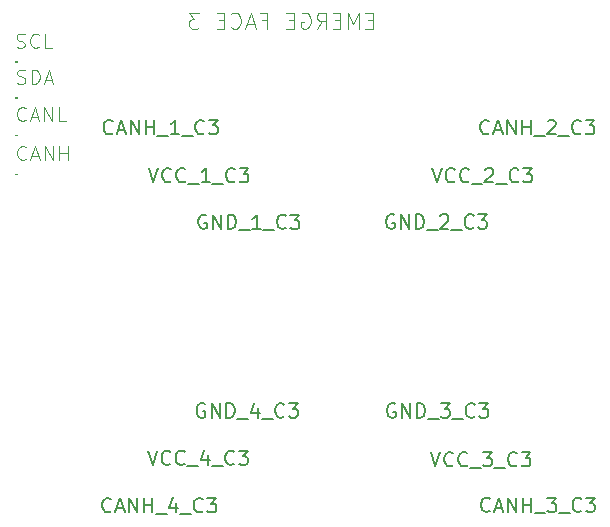
<source format=gbr>
G04 #@! TF.FileFunction,Legend,Top*
%FSLAX46Y46*%
G04 Gerber Fmt 4.6, Leading zero omitted, Abs format (unit mm)*
G04 Created by KiCad (PCBNEW 4.0.6) date 05/08/17 07:31:45*
%MOMM*%
%LPD*%
G01*
G04 APERTURE LIST*
%ADD10C,0.100000*%
%ADD11C,0.113792*%
%ADD12C,0.127000*%
%ADD13C,0.101600*%
%ADD14C,0.002032*%
G04 APERTURE END LIST*
D10*
D11*
X124166567Y-77546140D02*
X123716140Y-77546140D01*
X123523100Y-78253953D02*
X124166567Y-78253953D01*
X124166567Y-76902673D01*
X123523100Y-76902673D01*
X122943980Y-78253953D02*
X122943980Y-76902673D01*
X122493553Y-77867873D01*
X122043126Y-76902673D01*
X122043126Y-78253953D01*
X121399660Y-77546140D02*
X120949233Y-77546140D01*
X120756193Y-78253953D02*
X121399660Y-78253953D01*
X121399660Y-76902673D01*
X120756193Y-76902673D01*
X119404913Y-78253953D02*
X119855339Y-77610487D01*
X120177073Y-78253953D02*
X120177073Y-76902673D01*
X119662299Y-76902673D01*
X119533606Y-76967020D01*
X119469259Y-77031367D01*
X119404913Y-77160060D01*
X119404913Y-77353100D01*
X119469259Y-77481793D01*
X119533606Y-77546140D01*
X119662299Y-77610487D01*
X120177073Y-77610487D01*
X118117979Y-76967020D02*
X118246673Y-76902673D01*
X118439713Y-76902673D01*
X118632753Y-76967020D01*
X118761446Y-77095713D01*
X118825793Y-77224407D01*
X118890139Y-77481793D01*
X118890139Y-77674833D01*
X118825793Y-77932220D01*
X118761446Y-78060913D01*
X118632753Y-78189607D01*
X118439713Y-78253953D01*
X118311019Y-78253953D01*
X118117979Y-78189607D01*
X118053633Y-78125260D01*
X118053633Y-77674833D01*
X118311019Y-77674833D01*
X117474513Y-77546140D02*
X117024086Y-77546140D01*
X116831046Y-78253953D02*
X117474513Y-78253953D01*
X117474513Y-76902673D01*
X116831046Y-76902673D01*
X114771952Y-77546140D02*
X115222379Y-77546140D01*
X115222379Y-78253953D02*
X115222379Y-76902673D01*
X114578912Y-76902673D01*
X114128485Y-77867873D02*
X113485019Y-77867873D01*
X114257179Y-78253953D02*
X113806752Y-76902673D01*
X113356325Y-78253953D01*
X112133739Y-78125260D02*
X112198085Y-78189607D01*
X112391125Y-78253953D01*
X112519819Y-78253953D01*
X112712859Y-78189607D01*
X112841552Y-78060913D01*
X112905899Y-77932220D01*
X112970245Y-77674833D01*
X112970245Y-77481793D01*
X112905899Y-77224407D01*
X112841552Y-77095713D01*
X112712859Y-76967020D01*
X112519819Y-76902673D01*
X112391125Y-76902673D01*
X112198085Y-76967020D01*
X112133739Y-77031367D01*
X111554619Y-77546140D02*
X111104192Y-77546140D01*
X110911152Y-78253953D02*
X111554619Y-78253953D01*
X111554619Y-76902673D01*
X110911152Y-76902673D01*
X109431178Y-76902673D02*
X108594671Y-76902673D01*
X109045098Y-77417447D01*
X108852058Y-77417447D01*
X108723365Y-77481793D01*
X108659018Y-77546140D01*
X108594671Y-77674833D01*
X108594671Y-77996567D01*
X108659018Y-78125260D01*
X108723365Y-78189607D01*
X108852058Y-78253953D01*
X109238138Y-78253953D01*
X109366831Y-78189607D01*
X109431178Y-78125260D01*
D12*
X129170005Y-90063148D02*
X129572171Y-91269648D01*
X129974338Y-90063148D01*
X131065933Y-91154743D02*
X131008481Y-91212195D01*
X130836124Y-91269648D01*
X130721219Y-91269648D01*
X130548862Y-91212195D01*
X130433957Y-91097290D01*
X130376505Y-90982386D01*
X130319053Y-90752576D01*
X130319053Y-90580219D01*
X130376505Y-90350410D01*
X130433957Y-90235505D01*
X130548862Y-90120600D01*
X130721219Y-90063148D01*
X130836124Y-90063148D01*
X131008481Y-90120600D01*
X131065933Y-90178052D01*
X132272433Y-91154743D02*
X132214981Y-91212195D01*
X132042624Y-91269648D01*
X131927719Y-91269648D01*
X131755362Y-91212195D01*
X131640457Y-91097290D01*
X131583005Y-90982386D01*
X131525553Y-90752576D01*
X131525553Y-90580219D01*
X131583005Y-90350410D01*
X131640457Y-90235505D01*
X131755362Y-90120600D01*
X131927719Y-90063148D01*
X132042624Y-90063148D01*
X132214981Y-90120600D01*
X132272433Y-90178052D01*
X132502243Y-91384552D02*
X133421481Y-91384552D01*
X133651291Y-90178052D02*
X133708743Y-90120600D01*
X133823648Y-90063148D01*
X134110910Y-90063148D01*
X134225814Y-90120600D01*
X134283267Y-90178052D01*
X134340719Y-90292957D01*
X134340719Y-90407862D01*
X134283267Y-90580219D01*
X133593838Y-91269648D01*
X134340719Y-91269648D01*
X134570529Y-91384552D02*
X135489767Y-91384552D01*
X136466457Y-91154743D02*
X136409005Y-91212195D01*
X136236648Y-91269648D01*
X136121743Y-91269648D01*
X135949386Y-91212195D01*
X135834481Y-91097290D01*
X135777029Y-90982386D01*
X135719577Y-90752576D01*
X135719577Y-90580219D01*
X135777029Y-90350410D01*
X135834481Y-90235505D01*
X135949386Y-90120600D01*
X136121743Y-90063148D01*
X136236648Y-90063148D01*
X136409005Y-90120600D01*
X136466457Y-90178052D01*
X136868624Y-90063148D02*
X137615505Y-90063148D01*
X137213338Y-90522767D01*
X137385696Y-90522767D01*
X137500600Y-90580219D01*
X137558053Y-90637671D01*
X137615505Y-90752576D01*
X137615505Y-91039838D01*
X137558053Y-91154743D01*
X137500600Y-91212195D01*
X137385696Y-91269648D01*
X137040981Y-91269648D01*
X136926077Y-91212195D01*
X136868624Y-91154743D01*
X105166005Y-90058148D02*
X105568171Y-91264648D01*
X105970338Y-90058148D01*
X107061933Y-91149743D02*
X107004481Y-91207195D01*
X106832124Y-91264648D01*
X106717219Y-91264648D01*
X106544862Y-91207195D01*
X106429957Y-91092290D01*
X106372505Y-90977386D01*
X106315053Y-90747576D01*
X106315053Y-90575219D01*
X106372505Y-90345410D01*
X106429957Y-90230505D01*
X106544862Y-90115600D01*
X106717219Y-90058148D01*
X106832124Y-90058148D01*
X107004481Y-90115600D01*
X107061933Y-90173052D01*
X108268433Y-91149743D02*
X108210981Y-91207195D01*
X108038624Y-91264648D01*
X107923719Y-91264648D01*
X107751362Y-91207195D01*
X107636457Y-91092290D01*
X107579005Y-90977386D01*
X107521553Y-90747576D01*
X107521553Y-90575219D01*
X107579005Y-90345410D01*
X107636457Y-90230505D01*
X107751362Y-90115600D01*
X107923719Y-90058148D01*
X108038624Y-90058148D01*
X108210981Y-90115600D01*
X108268433Y-90173052D01*
X108498243Y-91379552D02*
X109417481Y-91379552D01*
X110336719Y-91264648D02*
X109647291Y-91264648D01*
X109992005Y-91264648D02*
X109992005Y-90058148D01*
X109877100Y-90230505D01*
X109762195Y-90345410D01*
X109647291Y-90402862D01*
X110566529Y-91379552D02*
X111485767Y-91379552D01*
X112462457Y-91149743D02*
X112405005Y-91207195D01*
X112232648Y-91264648D01*
X112117743Y-91264648D01*
X111945386Y-91207195D01*
X111830481Y-91092290D01*
X111773029Y-90977386D01*
X111715577Y-90747576D01*
X111715577Y-90575219D01*
X111773029Y-90345410D01*
X111830481Y-90230505D01*
X111945386Y-90115600D01*
X112117743Y-90058148D01*
X112232648Y-90058148D01*
X112405005Y-90115600D01*
X112462457Y-90173052D01*
X112864624Y-90058148D02*
X113611505Y-90058148D01*
X113209338Y-90517767D01*
X113381696Y-90517767D01*
X113496600Y-90575219D01*
X113554053Y-90632671D01*
X113611505Y-90747576D01*
X113611505Y-91034838D01*
X113554053Y-91149743D01*
X113496600Y-91207195D01*
X113381696Y-91264648D01*
X113036981Y-91264648D01*
X112922077Y-91207195D01*
X112864624Y-91149743D01*
X129039005Y-114107148D02*
X129441171Y-115313648D01*
X129843338Y-114107148D01*
X130934933Y-115198743D02*
X130877481Y-115256195D01*
X130705124Y-115313648D01*
X130590219Y-115313648D01*
X130417862Y-115256195D01*
X130302957Y-115141290D01*
X130245505Y-115026386D01*
X130188053Y-114796576D01*
X130188053Y-114624219D01*
X130245505Y-114394410D01*
X130302957Y-114279505D01*
X130417862Y-114164600D01*
X130590219Y-114107148D01*
X130705124Y-114107148D01*
X130877481Y-114164600D01*
X130934933Y-114222052D01*
X132141433Y-115198743D02*
X132083981Y-115256195D01*
X131911624Y-115313648D01*
X131796719Y-115313648D01*
X131624362Y-115256195D01*
X131509457Y-115141290D01*
X131452005Y-115026386D01*
X131394553Y-114796576D01*
X131394553Y-114624219D01*
X131452005Y-114394410D01*
X131509457Y-114279505D01*
X131624362Y-114164600D01*
X131796719Y-114107148D01*
X131911624Y-114107148D01*
X132083981Y-114164600D01*
X132141433Y-114222052D01*
X132371243Y-115428552D02*
X133290481Y-115428552D01*
X133462838Y-114107148D02*
X134209719Y-114107148D01*
X133807552Y-114566767D01*
X133979910Y-114566767D01*
X134094814Y-114624219D01*
X134152267Y-114681671D01*
X134209719Y-114796576D01*
X134209719Y-115083838D01*
X134152267Y-115198743D01*
X134094814Y-115256195D01*
X133979910Y-115313648D01*
X133635195Y-115313648D01*
X133520291Y-115256195D01*
X133462838Y-115198743D01*
X134439529Y-115428552D02*
X135358767Y-115428552D01*
X136335457Y-115198743D02*
X136278005Y-115256195D01*
X136105648Y-115313648D01*
X135990743Y-115313648D01*
X135818386Y-115256195D01*
X135703481Y-115141290D01*
X135646029Y-115026386D01*
X135588577Y-114796576D01*
X135588577Y-114624219D01*
X135646029Y-114394410D01*
X135703481Y-114279505D01*
X135818386Y-114164600D01*
X135990743Y-114107148D01*
X136105648Y-114107148D01*
X136278005Y-114164600D01*
X136335457Y-114222052D01*
X136737624Y-114107148D02*
X137484505Y-114107148D01*
X137082338Y-114566767D01*
X137254696Y-114566767D01*
X137369600Y-114624219D01*
X137427053Y-114681671D01*
X137484505Y-114796576D01*
X137484505Y-115083838D01*
X137427053Y-115198743D01*
X137369600Y-115256195D01*
X137254696Y-115313648D01*
X136909981Y-115313648D01*
X136795077Y-115256195D01*
X136737624Y-115198743D01*
X105104005Y-113987148D02*
X105506171Y-115193648D01*
X105908338Y-113987148D01*
X106999933Y-115078743D02*
X106942481Y-115136195D01*
X106770124Y-115193648D01*
X106655219Y-115193648D01*
X106482862Y-115136195D01*
X106367957Y-115021290D01*
X106310505Y-114906386D01*
X106253053Y-114676576D01*
X106253053Y-114504219D01*
X106310505Y-114274410D01*
X106367957Y-114159505D01*
X106482862Y-114044600D01*
X106655219Y-113987148D01*
X106770124Y-113987148D01*
X106942481Y-114044600D01*
X106999933Y-114102052D01*
X108206433Y-115078743D02*
X108148981Y-115136195D01*
X107976624Y-115193648D01*
X107861719Y-115193648D01*
X107689362Y-115136195D01*
X107574457Y-115021290D01*
X107517005Y-114906386D01*
X107459553Y-114676576D01*
X107459553Y-114504219D01*
X107517005Y-114274410D01*
X107574457Y-114159505D01*
X107689362Y-114044600D01*
X107861719Y-113987148D01*
X107976624Y-113987148D01*
X108148981Y-114044600D01*
X108206433Y-114102052D01*
X108436243Y-115308552D02*
X109355481Y-115308552D01*
X110159814Y-114389314D02*
X110159814Y-115193648D01*
X109872552Y-113929695D02*
X109585291Y-114791481D01*
X110332171Y-114791481D01*
X110504529Y-115308552D02*
X111423767Y-115308552D01*
X112400457Y-115078743D02*
X112343005Y-115136195D01*
X112170648Y-115193648D01*
X112055743Y-115193648D01*
X111883386Y-115136195D01*
X111768481Y-115021290D01*
X111711029Y-114906386D01*
X111653577Y-114676576D01*
X111653577Y-114504219D01*
X111711029Y-114274410D01*
X111768481Y-114159505D01*
X111883386Y-114044600D01*
X112055743Y-113987148D01*
X112170648Y-113987148D01*
X112343005Y-114044600D01*
X112400457Y-114102052D01*
X112802624Y-113987148D02*
X113549505Y-113987148D01*
X113147338Y-114446767D01*
X113319696Y-114446767D01*
X113434600Y-114504219D01*
X113492053Y-114561671D01*
X113549505Y-114676576D01*
X113549505Y-114963838D01*
X113492053Y-115078743D01*
X113434600Y-115136195D01*
X113319696Y-115193648D01*
X112974981Y-115193648D01*
X112860077Y-115136195D01*
X112802624Y-115078743D01*
X125955338Y-94042600D02*
X125840433Y-93985148D01*
X125668076Y-93985148D01*
X125495719Y-94042600D01*
X125380814Y-94157505D01*
X125323362Y-94272410D01*
X125265910Y-94502219D01*
X125265910Y-94674576D01*
X125323362Y-94904386D01*
X125380814Y-95019290D01*
X125495719Y-95134195D01*
X125668076Y-95191648D01*
X125782981Y-95191648D01*
X125955338Y-95134195D01*
X126012790Y-95076743D01*
X126012790Y-94674576D01*
X125782981Y-94674576D01*
X126529862Y-95191648D02*
X126529862Y-93985148D01*
X127219290Y-95191648D01*
X127219290Y-93985148D01*
X127793814Y-95191648D02*
X127793814Y-93985148D01*
X128081076Y-93985148D01*
X128253433Y-94042600D01*
X128368338Y-94157505D01*
X128425790Y-94272410D01*
X128483242Y-94502219D01*
X128483242Y-94674576D01*
X128425790Y-94904386D01*
X128368338Y-95019290D01*
X128253433Y-95134195D01*
X128081076Y-95191648D01*
X127793814Y-95191648D01*
X128713052Y-95306552D02*
X129632290Y-95306552D01*
X129862100Y-94100052D02*
X129919552Y-94042600D01*
X130034457Y-93985148D01*
X130321719Y-93985148D01*
X130436623Y-94042600D01*
X130494076Y-94100052D01*
X130551528Y-94214957D01*
X130551528Y-94329862D01*
X130494076Y-94502219D01*
X129804647Y-95191648D01*
X130551528Y-95191648D01*
X130781338Y-95306552D02*
X131700576Y-95306552D01*
X132677266Y-95076743D02*
X132619814Y-95134195D01*
X132447457Y-95191648D01*
X132332552Y-95191648D01*
X132160195Y-95134195D01*
X132045290Y-95019290D01*
X131987838Y-94904386D01*
X131930386Y-94674576D01*
X131930386Y-94502219D01*
X131987838Y-94272410D01*
X132045290Y-94157505D01*
X132160195Y-94042600D01*
X132332552Y-93985148D01*
X132447457Y-93985148D01*
X132619814Y-94042600D01*
X132677266Y-94100052D01*
X133079433Y-93985148D02*
X133826314Y-93985148D01*
X133424147Y-94444767D01*
X133596505Y-94444767D01*
X133711409Y-94502219D01*
X133768862Y-94559671D01*
X133826314Y-94674576D01*
X133826314Y-94961838D01*
X133768862Y-95076743D01*
X133711409Y-95134195D01*
X133596505Y-95191648D01*
X133251790Y-95191648D01*
X133136886Y-95134195D01*
X133079433Y-95076743D01*
X110047338Y-94054600D02*
X109932433Y-93997148D01*
X109760076Y-93997148D01*
X109587719Y-94054600D01*
X109472814Y-94169505D01*
X109415362Y-94284410D01*
X109357910Y-94514219D01*
X109357910Y-94686576D01*
X109415362Y-94916386D01*
X109472814Y-95031290D01*
X109587719Y-95146195D01*
X109760076Y-95203648D01*
X109874981Y-95203648D01*
X110047338Y-95146195D01*
X110104790Y-95088743D01*
X110104790Y-94686576D01*
X109874981Y-94686576D01*
X110621862Y-95203648D02*
X110621862Y-93997148D01*
X111311290Y-95203648D01*
X111311290Y-93997148D01*
X111885814Y-95203648D02*
X111885814Y-93997148D01*
X112173076Y-93997148D01*
X112345433Y-94054600D01*
X112460338Y-94169505D01*
X112517790Y-94284410D01*
X112575242Y-94514219D01*
X112575242Y-94686576D01*
X112517790Y-94916386D01*
X112460338Y-95031290D01*
X112345433Y-95146195D01*
X112173076Y-95203648D01*
X111885814Y-95203648D01*
X112805052Y-95318552D02*
X113724290Y-95318552D01*
X114643528Y-95203648D02*
X113954100Y-95203648D01*
X114298814Y-95203648D02*
X114298814Y-93997148D01*
X114183909Y-94169505D01*
X114069004Y-94284410D01*
X113954100Y-94341862D01*
X114873338Y-95318552D02*
X115792576Y-95318552D01*
X116769266Y-95088743D02*
X116711814Y-95146195D01*
X116539457Y-95203648D01*
X116424552Y-95203648D01*
X116252195Y-95146195D01*
X116137290Y-95031290D01*
X116079838Y-94916386D01*
X116022386Y-94686576D01*
X116022386Y-94514219D01*
X116079838Y-94284410D01*
X116137290Y-94169505D01*
X116252195Y-94054600D01*
X116424552Y-93997148D01*
X116539457Y-93997148D01*
X116711814Y-94054600D01*
X116769266Y-94112052D01*
X117171433Y-93997148D02*
X117918314Y-93997148D01*
X117516147Y-94456767D01*
X117688505Y-94456767D01*
X117803409Y-94514219D01*
X117860862Y-94571671D01*
X117918314Y-94686576D01*
X117918314Y-94973838D01*
X117860862Y-95088743D01*
X117803409Y-95146195D01*
X117688505Y-95203648D01*
X117343790Y-95203648D01*
X117228886Y-95146195D01*
X117171433Y-95088743D01*
X126043338Y-110036600D02*
X125928433Y-109979148D01*
X125756076Y-109979148D01*
X125583719Y-110036600D01*
X125468814Y-110151505D01*
X125411362Y-110266410D01*
X125353910Y-110496219D01*
X125353910Y-110668576D01*
X125411362Y-110898386D01*
X125468814Y-111013290D01*
X125583719Y-111128195D01*
X125756076Y-111185648D01*
X125870981Y-111185648D01*
X126043338Y-111128195D01*
X126100790Y-111070743D01*
X126100790Y-110668576D01*
X125870981Y-110668576D01*
X126617862Y-111185648D02*
X126617862Y-109979148D01*
X127307290Y-111185648D01*
X127307290Y-109979148D01*
X127881814Y-111185648D02*
X127881814Y-109979148D01*
X128169076Y-109979148D01*
X128341433Y-110036600D01*
X128456338Y-110151505D01*
X128513790Y-110266410D01*
X128571242Y-110496219D01*
X128571242Y-110668576D01*
X128513790Y-110898386D01*
X128456338Y-111013290D01*
X128341433Y-111128195D01*
X128169076Y-111185648D01*
X127881814Y-111185648D01*
X128801052Y-111300552D02*
X129720290Y-111300552D01*
X129892647Y-109979148D02*
X130639528Y-109979148D01*
X130237361Y-110438767D01*
X130409719Y-110438767D01*
X130524623Y-110496219D01*
X130582076Y-110553671D01*
X130639528Y-110668576D01*
X130639528Y-110955838D01*
X130582076Y-111070743D01*
X130524623Y-111128195D01*
X130409719Y-111185648D01*
X130065004Y-111185648D01*
X129950100Y-111128195D01*
X129892647Y-111070743D01*
X130869338Y-111300552D02*
X131788576Y-111300552D01*
X132765266Y-111070743D02*
X132707814Y-111128195D01*
X132535457Y-111185648D01*
X132420552Y-111185648D01*
X132248195Y-111128195D01*
X132133290Y-111013290D01*
X132075838Y-110898386D01*
X132018386Y-110668576D01*
X132018386Y-110496219D01*
X132075838Y-110266410D01*
X132133290Y-110151505D01*
X132248195Y-110036600D01*
X132420552Y-109979148D01*
X132535457Y-109979148D01*
X132707814Y-110036600D01*
X132765266Y-110094052D01*
X133167433Y-109979148D02*
X133914314Y-109979148D01*
X133512147Y-110438767D01*
X133684505Y-110438767D01*
X133799409Y-110496219D01*
X133856862Y-110553671D01*
X133914314Y-110668576D01*
X133914314Y-110955838D01*
X133856862Y-111070743D01*
X133799409Y-111128195D01*
X133684505Y-111185648D01*
X133339790Y-111185648D01*
X133224886Y-111128195D01*
X133167433Y-111070743D01*
X109912338Y-110034600D02*
X109797433Y-109977148D01*
X109625076Y-109977148D01*
X109452719Y-110034600D01*
X109337814Y-110149505D01*
X109280362Y-110264410D01*
X109222910Y-110494219D01*
X109222910Y-110666576D01*
X109280362Y-110896386D01*
X109337814Y-111011290D01*
X109452719Y-111126195D01*
X109625076Y-111183648D01*
X109739981Y-111183648D01*
X109912338Y-111126195D01*
X109969790Y-111068743D01*
X109969790Y-110666576D01*
X109739981Y-110666576D01*
X110486862Y-111183648D02*
X110486862Y-109977148D01*
X111176290Y-111183648D01*
X111176290Y-109977148D01*
X111750814Y-111183648D02*
X111750814Y-109977148D01*
X112038076Y-109977148D01*
X112210433Y-110034600D01*
X112325338Y-110149505D01*
X112382790Y-110264410D01*
X112440242Y-110494219D01*
X112440242Y-110666576D01*
X112382790Y-110896386D01*
X112325338Y-111011290D01*
X112210433Y-111126195D01*
X112038076Y-111183648D01*
X111750814Y-111183648D01*
X112670052Y-111298552D02*
X113589290Y-111298552D01*
X114393623Y-110379314D02*
X114393623Y-111183648D01*
X114106361Y-109919695D02*
X113819100Y-110781481D01*
X114565980Y-110781481D01*
X114738338Y-111298552D02*
X115657576Y-111298552D01*
X116634266Y-111068743D02*
X116576814Y-111126195D01*
X116404457Y-111183648D01*
X116289552Y-111183648D01*
X116117195Y-111126195D01*
X116002290Y-111011290D01*
X115944838Y-110896386D01*
X115887386Y-110666576D01*
X115887386Y-110494219D01*
X115944838Y-110264410D01*
X116002290Y-110149505D01*
X116117195Y-110034600D01*
X116289552Y-109977148D01*
X116404457Y-109977148D01*
X116576814Y-110034600D01*
X116634266Y-110092052D01*
X117036433Y-109977148D02*
X117783314Y-109977148D01*
X117381147Y-110436767D01*
X117553505Y-110436767D01*
X117668409Y-110494219D01*
X117725862Y-110551671D01*
X117783314Y-110666576D01*
X117783314Y-110953838D01*
X117725862Y-111068743D01*
X117668409Y-111126195D01*
X117553505Y-111183648D01*
X117208790Y-111183648D01*
X117093886Y-111126195D01*
X117036433Y-111068743D01*
X133994790Y-87081743D02*
X133937338Y-87139195D01*
X133764981Y-87196648D01*
X133650076Y-87196648D01*
X133477719Y-87139195D01*
X133362814Y-87024290D01*
X133305362Y-86909386D01*
X133247910Y-86679576D01*
X133247910Y-86507219D01*
X133305362Y-86277410D01*
X133362814Y-86162505D01*
X133477719Y-86047600D01*
X133650076Y-85990148D01*
X133764981Y-85990148D01*
X133937338Y-86047600D01*
X133994790Y-86105052D01*
X134454410Y-86851933D02*
X135028933Y-86851933D01*
X134339505Y-87196648D02*
X134741671Y-85990148D01*
X135143838Y-87196648D01*
X135546005Y-87196648D02*
X135546005Y-85990148D01*
X136235433Y-87196648D01*
X136235433Y-85990148D01*
X136809957Y-87196648D02*
X136809957Y-85990148D01*
X136809957Y-86564671D02*
X137499385Y-86564671D01*
X137499385Y-87196648D02*
X137499385Y-85990148D01*
X137786647Y-87311552D02*
X138705885Y-87311552D01*
X138935695Y-86105052D02*
X138993147Y-86047600D01*
X139108052Y-85990148D01*
X139395314Y-85990148D01*
X139510218Y-86047600D01*
X139567671Y-86105052D01*
X139625123Y-86219957D01*
X139625123Y-86334862D01*
X139567671Y-86507219D01*
X138878242Y-87196648D01*
X139625123Y-87196648D01*
X139854933Y-87311552D02*
X140774171Y-87311552D01*
X141750861Y-87081743D02*
X141693409Y-87139195D01*
X141521052Y-87196648D01*
X141406147Y-87196648D01*
X141233790Y-87139195D01*
X141118885Y-87024290D01*
X141061433Y-86909386D01*
X141003981Y-86679576D01*
X141003981Y-86507219D01*
X141061433Y-86277410D01*
X141118885Y-86162505D01*
X141233790Y-86047600D01*
X141406147Y-85990148D01*
X141521052Y-85990148D01*
X141693409Y-86047600D01*
X141750861Y-86105052D01*
X142153028Y-85990148D02*
X142899909Y-85990148D01*
X142497742Y-86449767D01*
X142670100Y-86449767D01*
X142785004Y-86507219D01*
X142842457Y-86564671D01*
X142899909Y-86679576D01*
X142899909Y-86966838D01*
X142842457Y-87081743D01*
X142785004Y-87139195D01*
X142670100Y-87196648D01*
X142325385Y-87196648D01*
X142210481Y-87139195D01*
X142153028Y-87081743D01*
X102106790Y-87080743D02*
X102049338Y-87138195D01*
X101876981Y-87195648D01*
X101762076Y-87195648D01*
X101589719Y-87138195D01*
X101474814Y-87023290D01*
X101417362Y-86908386D01*
X101359910Y-86678576D01*
X101359910Y-86506219D01*
X101417362Y-86276410D01*
X101474814Y-86161505D01*
X101589719Y-86046600D01*
X101762076Y-85989148D01*
X101876981Y-85989148D01*
X102049338Y-86046600D01*
X102106790Y-86104052D01*
X102566410Y-86850933D02*
X103140933Y-86850933D01*
X102451505Y-87195648D02*
X102853671Y-85989148D01*
X103255838Y-87195648D01*
X103658005Y-87195648D02*
X103658005Y-85989148D01*
X104347433Y-87195648D01*
X104347433Y-85989148D01*
X104921957Y-87195648D02*
X104921957Y-85989148D01*
X104921957Y-86563671D02*
X105611385Y-86563671D01*
X105611385Y-87195648D02*
X105611385Y-85989148D01*
X105898647Y-87310552D02*
X106817885Y-87310552D01*
X107737123Y-87195648D02*
X107047695Y-87195648D01*
X107392409Y-87195648D02*
X107392409Y-85989148D01*
X107277504Y-86161505D01*
X107162599Y-86276410D01*
X107047695Y-86333862D01*
X107966933Y-87310552D02*
X108886171Y-87310552D01*
X109862861Y-87080743D02*
X109805409Y-87138195D01*
X109633052Y-87195648D01*
X109518147Y-87195648D01*
X109345790Y-87138195D01*
X109230885Y-87023290D01*
X109173433Y-86908386D01*
X109115981Y-86678576D01*
X109115981Y-86506219D01*
X109173433Y-86276410D01*
X109230885Y-86161505D01*
X109345790Y-86046600D01*
X109518147Y-85989148D01*
X109633052Y-85989148D01*
X109805409Y-86046600D01*
X109862861Y-86104052D01*
X110265028Y-85989148D02*
X111011909Y-85989148D01*
X110609742Y-86448767D01*
X110782100Y-86448767D01*
X110897004Y-86506219D01*
X110954457Y-86563671D01*
X111011909Y-86678576D01*
X111011909Y-86965838D01*
X110954457Y-87080743D01*
X110897004Y-87138195D01*
X110782100Y-87195648D01*
X110437385Y-87195648D01*
X110322481Y-87138195D01*
X110265028Y-87080743D01*
X134045790Y-119063743D02*
X133988338Y-119121195D01*
X133815981Y-119178648D01*
X133701076Y-119178648D01*
X133528719Y-119121195D01*
X133413814Y-119006290D01*
X133356362Y-118891386D01*
X133298910Y-118661576D01*
X133298910Y-118489219D01*
X133356362Y-118259410D01*
X133413814Y-118144505D01*
X133528719Y-118029600D01*
X133701076Y-117972148D01*
X133815981Y-117972148D01*
X133988338Y-118029600D01*
X134045790Y-118087052D01*
X134505410Y-118833933D02*
X135079933Y-118833933D01*
X134390505Y-119178648D02*
X134792671Y-117972148D01*
X135194838Y-119178648D01*
X135597005Y-119178648D02*
X135597005Y-117972148D01*
X136286433Y-119178648D01*
X136286433Y-117972148D01*
X136860957Y-119178648D02*
X136860957Y-117972148D01*
X136860957Y-118546671D02*
X137550385Y-118546671D01*
X137550385Y-119178648D02*
X137550385Y-117972148D01*
X137837647Y-119293552D02*
X138756885Y-119293552D01*
X138929242Y-117972148D02*
X139676123Y-117972148D01*
X139273956Y-118431767D01*
X139446314Y-118431767D01*
X139561218Y-118489219D01*
X139618671Y-118546671D01*
X139676123Y-118661576D01*
X139676123Y-118948838D01*
X139618671Y-119063743D01*
X139561218Y-119121195D01*
X139446314Y-119178648D01*
X139101599Y-119178648D01*
X138986695Y-119121195D01*
X138929242Y-119063743D01*
X139905933Y-119293552D02*
X140825171Y-119293552D01*
X141801861Y-119063743D02*
X141744409Y-119121195D01*
X141572052Y-119178648D01*
X141457147Y-119178648D01*
X141284790Y-119121195D01*
X141169885Y-119006290D01*
X141112433Y-118891386D01*
X141054981Y-118661576D01*
X141054981Y-118489219D01*
X141112433Y-118259410D01*
X141169885Y-118144505D01*
X141284790Y-118029600D01*
X141457147Y-117972148D01*
X141572052Y-117972148D01*
X141744409Y-118029600D01*
X141801861Y-118087052D01*
X142204028Y-117972148D02*
X142950909Y-117972148D01*
X142548742Y-118431767D01*
X142721100Y-118431767D01*
X142836004Y-118489219D01*
X142893457Y-118546671D01*
X142950909Y-118661576D01*
X142950909Y-118948838D01*
X142893457Y-119063743D01*
X142836004Y-119121195D01*
X142721100Y-119178648D01*
X142376385Y-119178648D01*
X142261481Y-119121195D01*
X142204028Y-119063743D01*
X101978790Y-119088743D02*
X101921338Y-119146195D01*
X101748981Y-119203648D01*
X101634076Y-119203648D01*
X101461719Y-119146195D01*
X101346814Y-119031290D01*
X101289362Y-118916386D01*
X101231910Y-118686576D01*
X101231910Y-118514219D01*
X101289362Y-118284410D01*
X101346814Y-118169505D01*
X101461719Y-118054600D01*
X101634076Y-117997148D01*
X101748981Y-117997148D01*
X101921338Y-118054600D01*
X101978790Y-118112052D01*
X102438410Y-118858933D02*
X103012933Y-118858933D01*
X102323505Y-119203648D02*
X102725671Y-117997148D01*
X103127838Y-119203648D01*
X103530005Y-119203648D02*
X103530005Y-117997148D01*
X104219433Y-119203648D01*
X104219433Y-117997148D01*
X104793957Y-119203648D02*
X104793957Y-117997148D01*
X104793957Y-118571671D02*
X105483385Y-118571671D01*
X105483385Y-119203648D02*
X105483385Y-117997148D01*
X105770647Y-119318552D02*
X106689885Y-119318552D01*
X107494218Y-118399314D02*
X107494218Y-119203648D01*
X107206956Y-117939695D02*
X106919695Y-118801481D01*
X107666575Y-118801481D01*
X107838933Y-119318552D02*
X108758171Y-119318552D01*
X109734861Y-119088743D02*
X109677409Y-119146195D01*
X109505052Y-119203648D01*
X109390147Y-119203648D01*
X109217790Y-119146195D01*
X109102885Y-119031290D01*
X109045433Y-118916386D01*
X108987981Y-118686576D01*
X108987981Y-118514219D01*
X109045433Y-118284410D01*
X109102885Y-118169505D01*
X109217790Y-118054600D01*
X109390147Y-117997148D01*
X109505052Y-117997148D01*
X109677409Y-118054600D01*
X109734861Y-118112052D01*
X110137028Y-117997148D02*
X110883909Y-117997148D01*
X110481742Y-118456767D01*
X110654100Y-118456767D01*
X110769004Y-118514219D01*
X110826457Y-118571671D01*
X110883909Y-118686576D01*
X110883909Y-118973838D01*
X110826457Y-119088743D01*
X110769004Y-119146195D01*
X110654100Y-119203648D01*
X110309385Y-119203648D01*
X110194481Y-119146195D01*
X110137028Y-119088743D01*
D13*
X94764890Y-85965643D02*
X94707438Y-86023095D01*
X94535081Y-86080548D01*
X94420176Y-86080548D01*
X94247819Y-86023095D01*
X94132914Y-85908190D01*
X94075462Y-85793286D01*
X94018010Y-85563476D01*
X94018010Y-85391119D01*
X94075462Y-85161310D01*
X94132914Y-85046405D01*
X94247819Y-84931500D01*
X94420176Y-84874048D01*
X94535081Y-84874048D01*
X94707438Y-84931500D01*
X94764890Y-84988952D01*
X95224510Y-85735833D02*
X95799033Y-85735833D01*
X95109605Y-86080548D02*
X95511771Y-84874048D01*
X95913938Y-86080548D01*
X96316105Y-86080548D02*
X96316105Y-84874048D01*
X97005533Y-86080548D01*
X97005533Y-84874048D01*
X98154581Y-86080548D02*
X97580057Y-86080548D01*
X97580057Y-84874048D01*
D14*
X93835845Y-87244751D02*
X93835845Y-87220621D01*
X93845038Y-87220621D01*
X93847336Y-87221770D01*
X93848485Y-87222919D01*
X93849634Y-87225217D01*
X93849634Y-87228664D01*
X93848485Y-87230962D01*
X93847336Y-87232111D01*
X93845038Y-87233260D01*
X93835845Y-87233260D01*
X93856528Y-87220621D02*
X93870317Y-87220621D01*
X93863422Y-87244751D02*
X93863422Y-87220621D01*
X93892149Y-87244751D02*
X93884105Y-87233260D01*
X93878360Y-87244751D02*
X93878360Y-87220621D01*
X93887553Y-87220621D01*
X93889851Y-87221770D01*
X93891000Y-87222919D01*
X93892149Y-87225217D01*
X93892149Y-87228664D01*
X93891000Y-87230962D01*
X93889851Y-87232111D01*
X93887553Y-87233260D01*
X93878360Y-87233260D01*
X93915130Y-87244751D02*
X93901341Y-87244751D01*
X93908235Y-87244751D02*
X93908235Y-87220621D01*
X93905937Y-87224068D01*
X93903639Y-87226366D01*
X93901341Y-87227515D01*
X93922024Y-87220621D02*
X93935813Y-87220621D01*
X93928918Y-87244751D02*
X93928918Y-87220621D01*
X93943856Y-87244751D02*
X93943856Y-87220621D01*
X93953049Y-87220621D01*
X93955347Y-87221770D01*
X93956496Y-87222919D01*
X93957645Y-87225217D01*
X93957645Y-87228664D01*
X93956496Y-87230962D01*
X93955347Y-87232111D01*
X93953049Y-87233260D01*
X93943856Y-87233260D01*
X93980626Y-87244751D02*
X93966837Y-87244751D01*
X93973731Y-87244751D02*
X93973731Y-87220621D01*
X93971433Y-87224068D01*
X93969135Y-87226366D01*
X93966837Y-87227515D01*
X94003607Y-87244751D02*
X93989818Y-87244751D01*
X93996712Y-87244751D02*
X93996712Y-87220621D01*
X93994414Y-87224068D01*
X93992116Y-87226366D01*
X93989818Y-87227515D01*
X94027737Y-87244751D02*
X94019693Y-87233260D01*
X94013948Y-87244751D02*
X94013948Y-87220621D01*
X94023141Y-87220621D01*
X94025439Y-87221770D01*
X94026588Y-87222919D01*
X94027737Y-87225217D01*
X94027737Y-87228664D01*
X94026588Y-87230962D01*
X94025439Y-87232111D01*
X94023141Y-87233260D01*
X94013948Y-87233260D01*
D13*
X94797890Y-89272643D02*
X94740438Y-89330095D01*
X94568081Y-89387548D01*
X94453176Y-89387548D01*
X94280819Y-89330095D01*
X94165914Y-89215190D01*
X94108462Y-89100286D01*
X94051010Y-88870476D01*
X94051010Y-88698119D01*
X94108462Y-88468310D01*
X94165914Y-88353405D01*
X94280819Y-88238500D01*
X94453176Y-88181048D01*
X94568081Y-88181048D01*
X94740438Y-88238500D01*
X94797890Y-88295952D01*
X95257510Y-89042833D02*
X95832033Y-89042833D01*
X95142605Y-89387548D02*
X95544771Y-88181048D01*
X95946938Y-89387548D01*
X96349105Y-89387548D02*
X96349105Y-88181048D01*
X97038533Y-89387548D01*
X97038533Y-88181048D01*
X97613057Y-89387548D02*
X97613057Y-88181048D01*
X97613057Y-88755571D02*
X98302485Y-88755571D01*
X98302485Y-89387548D02*
X98302485Y-88181048D01*
D14*
X93868845Y-90551751D02*
X93868845Y-90527621D01*
X93878038Y-90527621D01*
X93880336Y-90528770D01*
X93881485Y-90529919D01*
X93882634Y-90532217D01*
X93882634Y-90535664D01*
X93881485Y-90537962D01*
X93880336Y-90539111D01*
X93878038Y-90540260D01*
X93868845Y-90540260D01*
X93889528Y-90527621D02*
X93903317Y-90527621D01*
X93896422Y-90551751D02*
X93896422Y-90527621D01*
X93925149Y-90551751D02*
X93917105Y-90540260D01*
X93911360Y-90551751D02*
X93911360Y-90527621D01*
X93920553Y-90527621D01*
X93922851Y-90528770D01*
X93924000Y-90529919D01*
X93925149Y-90532217D01*
X93925149Y-90535664D01*
X93924000Y-90537962D01*
X93922851Y-90539111D01*
X93920553Y-90540260D01*
X93911360Y-90540260D01*
X93948130Y-90551751D02*
X93934341Y-90551751D01*
X93941235Y-90551751D02*
X93941235Y-90527621D01*
X93938937Y-90531068D01*
X93936639Y-90533366D01*
X93934341Y-90534515D01*
X93955024Y-90527621D02*
X93968813Y-90527621D01*
X93961918Y-90551751D02*
X93961918Y-90527621D01*
X93976856Y-90551751D02*
X93976856Y-90527621D01*
X93986049Y-90527621D01*
X93988347Y-90528770D01*
X93989496Y-90529919D01*
X93990645Y-90532217D01*
X93990645Y-90535664D01*
X93989496Y-90537962D01*
X93988347Y-90539111D01*
X93986049Y-90540260D01*
X93976856Y-90540260D01*
X94013626Y-90551751D02*
X93999837Y-90551751D01*
X94006731Y-90551751D02*
X94006731Y-90527621D01*
X94004433Y-90531068D01*
X94002135Y-90533366D01*
X93999837Y-90534515D01*
X94036607Y-90551751D02*
X94022818Y-90551751D01*
X94029712Y-90551751D02*
X94029712Y-90527621D01*
X94027414Y-90531068D01*
X94025116Y-90533366D01*
X94022818Y-90534515D01*
X94060737Y-90551751D02*
X94052693Y-90540260D01*
X94046948Y-90551751D02*
X94046948Y-90527621D01*
X94056141Y-90527621D01*
X94058439Y-90528770D01*
X94059588Y-90529919D01*
X94060737Y-90532217D01*
X94060737Y-90535664D01*
X94059588Y-90537962D01*
X94058439Y-90539111D01*
X94056141Y-90540260D01*
X94046948Y-90540260D01*
D13*
X93993010Y-79836095D02*
X94165367Y-79893548D01*
X94452629Y-79893548D01*
X94567533Y-79836095D01*
X94624986Y-79778643D01*
X94682438Y-79663738D01*
X94682438Y-79548833D01*
X94624986Y-79433929D01*
X94567533Y-79376476D01*
X94452629Y-79319024D01*
X94222819Y-79261571D01*
X94107914Y-79204119D01*
X94050462Y-79146667D01*
X93993010Y-79031762D01*
X93993010Y-78916857D01*
X94050462Y-78801952D01*
X94107914Y-78744500D01*
X94222819Y-78687048D01*
X94510081Y-78687048D01*
X94682438Y-78744500D01*
X95888938Y-79778643D02*
X95831486Y-79836095D01*
X95659129Y-79893548D01*
X95544224Y-79893548D01*
X95371867Y-79836095D01*
X95256962Y-79721190D01*
X95199510Y-79606286D01*
X95142058Y-79376476D01*
X95142058Y-79204119D01*
X95199510Y-78974310D01*
X95256962Y-78859405D01*
X95371867Y-78744500D01*
X95544224Y-78687048D01*
X95659129Y-78687048D01*
X95831486Y-78744500D01*
X95888938Y-78801952D01*
X96980534Y-79893548D02*
X96406010Y-79893548D01*
X96406010Y-78687048D01*
D14*
X93810845Y-81057751D02*
X93810845Y-81033621D01*
X93820038Y-81033621D01*
X93822336Y-81034770D01*
X93823485Y-81035919D01*
X93824634Y-81038217D01*
X93824634Y-81041664D01*
X93823485Y-81043962D01*
X93822336Y-81045111D01*
X93820038Y-81046260D01*
X93810845Y-81046260D01*
X93831528Y-81033621D02*
X93845317Y-81033621D01*
X93838422Y-81057751D02*
X93838422Y-81033621D01*
X93867149Y-81057751D02*
X93859105Y-81046260D01*
X93853360Y-81057751D02*
X93853360Y-81033621D01*
X93862553Y-81033621D01*
X93864851Y-81034770D01*
X93866000Y-81035919D01*
X93867149Y-81038217D01*
X93867149Y-81041664D01*
X93866000Y-81043962D01*
X93864851Y-81045111D01*
X93862553Y-81046260D01*
X93853360Y-81046260D01*
X93890130Y-81057751D02*
X93876341Y-81057751D01*
X93883235Y-81057751D02*
X93883235Y-81033621D01*
X93880937Y-81037068D01*
X93878639Y-81039366D01*
X93876341Y-81040515D01*
X93897024Y-81033621D02*
X93910813Y-81033621D01*
X93903918Y-81057751D02*
X93903918Y-81033621D01*
X93918856Y-81057751D02*
X93918856Y-81033621D01*
X93928049Y-81033621D01*
X93930347Y-81034770D01*
X93931496Y-81035919D01*
X93932645Y-81038217D01*
X93932645Y-81041664D01*
X93931496Y-81043962D01*
X93930347Y-81045111D01*
X93928049Y-81046260D01*
X93918856Y-81046260D01*
X93955626Y-81057751D02*
X93941837Y-81057751D01*
X93948731Y-81057751D02*
X93948731Y-81033621D01*
X93946433Y-81037068D01*
X93944135Y-81039366D01*
X93941837Y-81040515D01*
X93978607Y-81057751D02*
X93964818Y-81057751D01*
X93971712Y-81057751D02*
X93971712Y-81033621D01*
X93969414Y-81037068D01*
X93967116Y-81039366D01*
X93964818Y-81040515D01*
X94002737Y-81057751D02*
X93994693Y-81046260D01*
X93988948Y-81057751D02*
X93988948Y-81033621D01*
X93998141Y-81033621D01*
X94000439Y-81034770D01*
X94001588Y-81035919D01*
X94002737Y-81038217D01*
X94002737Y-81041664D01*
X94001588Y-81043962D01*
X94000439Y-81045111D01*
X93998141Y-81046260D01*
X93988948Y-81046260D01*
D13*
X94043010Y-82870095D02*
X94215367Y-82927548D01*
X94502629Y-82927548D01*
X94617533Y-82870095D01*
X94674986Y-82812643D01*
X94732438Y-82697738D01*
X94732438Y-82582833D01*
X94674986Y-82467929D01*
X94617533Y-82410476D01*
X94502629Y-82353024D01*
X94272819Y-82295571D01*
X94157914Y-82238119D01*
X94100462Y-82180667D01*
X94043010Y-82065762D01*
X94043010Y-81950857D01*
X94100462Y-81835952D01*
X94157914Y-81778500D01*
X94272819Y-81721048D01*
X94560081Y-81721048D01*
X94732438Y-81778500D01*
X95249510Y-82927548D02*
X95249510Y-81721048D01*
X95536772Y-81721048D01*
X95709129Y-81778500D01*
X95824034Y-81893405D01*
X95881486Y-82008310D01*
X95938938Y-82238119D01*
X95938938Y-82410476D01*
X95881486Y-82640286D01*
X95824034Y-82755190D01*
X95709129Y-82870095D01*
X95536772Y-82927548D01*
X95249510Y-82927548D01*
X96398558Y-82582833D02*
X96973081Y-82582833D01*
X96283653Y-82927548D02*
X96685819Y-81721048D01*
X97087986Y-82927548D01*
D14*
X93860845Y-84091751D02*
X93860845Y-84067621D01*
X93870038Y-84067621D01*
X93872336Y-84068770D01*
X93873485Y-84069919D01*
X93874634Y-84072217D01*
X93874634Y-84075664D01*
X93873485Y-84077962D01*
X93872336Y-84079111D01*
X93870038Y-84080260D01*
X93860845Y-84080260D01*
X93881528Y-84067621D02*
X93895317Y-84067621D01*
X93888422Y-84091751D02*
X93888422Y-84067621D01*
X93917149Y-84091751D02*
X93909105Y-84080260D01*
X93903360Y-84091751D02*
X93903360Y-84067621D01*
X93912553Y-84067621D01*
X93914851Y-84068770D01*
X93916000Y-84069919D01*
X93917149Y-84072217D01*
X93917149Y-84075664D01*
X93916000Y-84077962D01*
X93914851Y-84079111D01*
X93912553Y-84080260D01*
X93903360Y-84080260D01*
X93940130Y-84091751D02*
X93926341Y-84091751D01*
X93933235Y-84091751D02*
X93933235Y-84067621D01*
X93930937Y-84071068D01*
X93928639Y-84073366D01*
X93926341Y-84074515D01*
X93947024Y-84067621D02*
X93960813Y-84067621D01*
X93953918Y-84091751D02*
X93953918Y-84067621D01*
X93968856Y-84091751D02*
X93968856Y-84067621D01*
X93978049Y-84067621D01*
X93980347Y-84068770D01*
X93981496Y-84069919D01*
X93982645Y-84072217D01*
X93982645Y-84075664D01*
X93981496Y-84077962D01*
X93980347Y-84079111D01*
X93978049Y-84080260D01*
X93968856Y-84080260D01*
X94005626Y-84091751D02*
X93991837Y-84091751D01*
X93998731Y-84091751D02*
X93998731Y-84067621D01*
X93996433Y-84071068D01*
X93994135Y-84073366D01*
X93991837Y-84074515D01*
X94028607Y-84091751D02*
X94014818Y-84091751D01*
X94021712Y-84091751D02*
X94021712Y-84067621D01*
X94019414Y-84071068D01*
X94017116Y-84073366D01*
X94014818Y-84074515D01*
X94052737Y-84091751D02*
X94044693Y-84080260D01*
X94038948Y-84091751D02*
X94038948Y-84067621D01*
X94048141Y-84067621D01*
X94050439Y-84068770D01*
X94051588Y-84069919D01*
X94052737Y-84072217D01*
X94052737Y-84075664D01*
X94051588Y-84077962D01*
X94050439Y-84079111D01*
X94048141Y-84080260D01*
X94038948Y-84080260D01*
M02*

</source>
